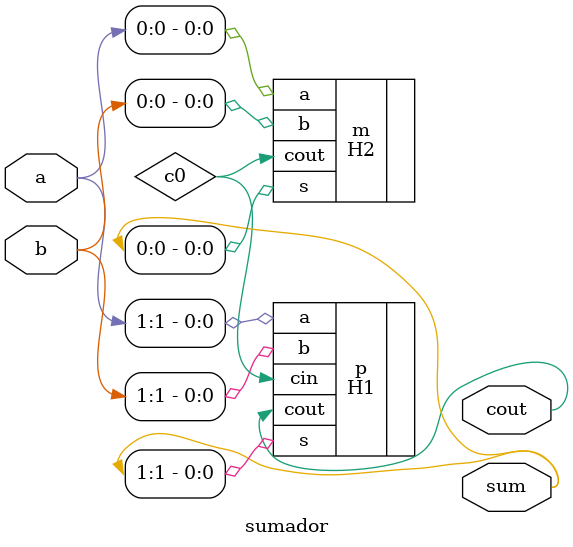
<source format=v>
`timescale 1ns / 1ps

module sumador (a, b, sum, cout);

  input [1: 0]  a , b;
  output [1: 0]  sum;
  output cout;
  wire c0;

  H2 m(.a(a[0]), .b(b[0]), .s(sum[0]), .cout(c0));

  H1 p(.a(a[1]), .b(b[1]), .cin(c0), .s(sum[1]), .cout(cout));

endmodule
</source>
